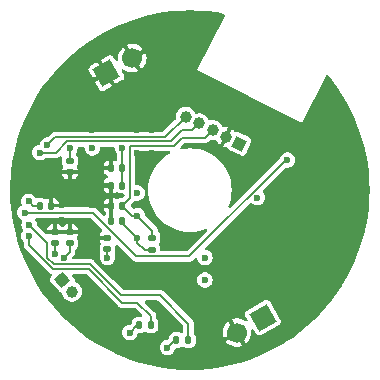
<source format=gbr>
%TF.GenerationSoftware,KiCad,Pcbnew,7.0.5-0*%
%TF.CreationDate,2023-09-08T15:05:08-04:00*%
%TF.ProjectId,rodentdbs,726f6465-6e74-4646-9273-2e6b69636164,rev?*%
%TF.SameCoordinates,Original*%
%TF.FileFunction,Copper,L4,Bot*%
%TF.FilePolarity,Positive*%
%FSLAX46Y46*%
G04 Gerber Fmt 4.6, Leading zero omitted, Abs format (unit mm)*
G04 Created by KiCad (PCBNEW 7.0.5-0) date 2023-09-08 15:05:08*
%MOMM*%
%LPD*%
G01*
G04 APERTURE LIST*
G04 Aperture macros list*
%AMRoundRect*
0 Rectangle with rounded corners*
0 $1 Rounding radius*
0 $2 $3 $4 $5 $6 $7 $8 $9 X,Y pos of 4 corners*
0 Add a 4 corners polygon primitive as box body*
4,1,4,$2,$3,$4,$5,$6,$7,$8,$9,$2,$3,0*
0 Add four circle primitives for the rounded corners*
1,1,$1+$1,$2,$3*
1,1,$1+$1,$4,$5*
1,1,$1+$1,$6,$7*
1,1,$1+$1,$8,$9*
0 Add four rect primitives between the rounded corners*
20,1,$1+$1,$2,$3,$4,$5,0*
20,1,$1+$1,$4,$5,$6,$7,0*
20,1,$1+$1,$6,$7,$8,$9,0*
20,1,$1+$1,$8,$9,$2,$3,0*%
%AMHorizOval*
0 Thick line with rounded ends*
0 $1 width*
0 $2 $3 position (X,Y) of the first rounded end (center of the circle)*
0 $4 $5 position (X,Y) of the second rounded end (center of the circle)*
0 Add line between two ends*
20,1,$1,$2,$3,$4,$5,0*
0 Add two circle primitives to create the rounded ends*
1,1,$1,$2,$3*
1,1,$1,$4,$5*%
%AMRotRect*
0 Rectangle, with rotation*
0 The origin of the aperture is its center*
0 $1 length*
0 $2 width*
0 $3 Rotation angle, in degrees counterclockwise*
0 Add horizontal line*
21,1,$1,$2,0,0,$3*%
G04 Aperture macros list end*
%TA.AperFunction,ComponentPad*%
%ADD10RotRect,1.000000X1.000000X243.440000*%
%TD*%
%TA.AperFunction,ComponentPad*%
%ADD11HorizOval,1.000000X0.000000X0.000000X0.000000X0.000000X0*%
%TD*%
%TA.AperFunction,ComponentPad*%
%ADD12RotRect,1.000000X1.000000X40.000000*%
%TD*%
%TA.AperFunction,ComponentPad*%
%ADD13HorizOval,1.000000X0.000000X0.000000X0.000000X0.000000X0*%
%TD*%
%TA.AperFunction,ComponentPad*%
%ADD14RotRect,1.700000X1.700000X300.000000*%
%TD*%
%TA.AperFunction,ComponentPad*%
%ADD15HorizOval,1.700000X0.000000X0.000000X0.000000X0.000000X0*%
%TD*%
%TA.AperFunction,ComponentPad*%
%ADD16RotRect,1.700000X1.700000X120.000000*%
%TD*%
%TA.AperFunction,ComponentPad*%
%ADD17HorizOval,1.700000X0.000000X0.000000X0.000000X0.000000X0*%
%TD*%
%TA.AperFunction,SMDPad,CuDef*%
%ADD18RoundRect,0.135000X0.185000X-0.135000X0.185000X0.135000X-0.185000X0.135000X-0.185000X-0.135000X0*%
%TD*%
%TA.AperFunction,SMDPad,CuDef*%
%ADD19RoundRect,0.135000X0.135000X0.185000X-0.135000X0.185000X-0.135000X-0.185000X0.135000X-0.185000X0*%
%TD*%
%TA.AperFunction,SMDPad,CuDef*%
%ADD20RoundRect,0.140000X0.140000X0.170000X-0.140000X0.170000X-0.140000X-0.170000X0.140000X-0.170000X0*%
%TD*%
%TA.AperFunction,SMDPad,CuDef*%
%ADD21RoundRect,0.140000X0.170000X-0.140000X0.170000X0.140000X-0.170000X0.140000X-0.170000X-0.140000X0*%
%TD*%
%TA.AperFunction,SMDPad,CuDef*%
%ADD22RoundRect,0.140000X-0.140000X-0.170000X0.140000X-0.170000X0.140000X0.170000X-0.140000X0.170000X0*%
%TD*%
%TA.AperFunction,SMDPad,CuDef*%
%ADD23RoundRect,0.140000X-0.170000X0.140000X-0.170000X-0.140000X0.170000X-0.140000X0.170000X0.140000X0*%
%TD*%
%TA.AperFunction,ViaPad*%
%ADD24C,0.600000*%
%TD*%
%TA.AperFunction,Conductor*%
%ADD25C,0.200000*%
%TD*%
G04 APERTURE END LIST*
D10*
%TO.P,J6,1,Pin_1*%
%TO.N,VCC*%
X150235890Y-123060193D03*
D11*
%TO.P,J6,2,Pin_2*%
%TO.N,GND*%
X149099917Y-122492332D03*
%TO.P,J6,3,Pin_3*%
%TO.N,/rodentdbs_1/{slash}XRES*%
X147963945Y-121924471D03*
%TO.P,J6,4,Pin_4*%
%TO.N,/rodentdbs_1/SWDCLK*%
X146827972Y-121356610D03*
%TO.P,J6,5,Pin_5*%
%TO.N,/rodentdbs_1/SWDIO*%
X145692000Y-120788749D03*
%TD*%
D12*
%TO.P,J2,1,Pin_1*%
%TO.N,/rodentdbs_1/STIMA*%
X135255000Y-134620000D03*
D13*
%TO.P,J2,2,Pin_2*%
%TO.N,/rodentdbs_1/STIMB*%
X136071340Y-135592876D03*
%TD*%
D14*
%TO.P,J3,1,Pin_1*%
%TO.N,VCC*%
X152229852Y-137795000D03*
D15*
%TO.P,J3,2,Pin_2*%
%TO.N,GND*%
X150030148Y-139065000D03*
%TD*%
D16*
%TO.P,J4,1,Pin_1*%
%TO.N,GND*%
X138972122Y-117103026D03*
D17*
%TO.P,J4,2,Pin_2*%
X141171826Y-115833026D03*
%TD*%
D18*
%TO.P,R3,2*%
%TO.N,/rodentdbs_1/{slash}XRES*%
X142875000Y-131060000D03*
%TO.P,R3,1*%
%TO.N,/rodentdbs_1/VDDD*%
X142875000Y-132080000D03*
%TD*%
D19*
%TO.P,R2,2*%
%TO.N,Net-(D2-A)*%
X144905000Y-139700000D03*
%TO.P,R2,1*%
%TO.N,/rodentdbs_1/LED1*%
X145925000Y-139700000D03*
%TD*%
%TO.P,R1,2*%
%TO.N,Net-(D1-A)*%
X141730000Y-138430000D03*
%TO.P,R1,1*%
%TO.N,/rodentdbs_1/LED2*%
X142750000Y-138430000D03*
%TD*%
D20*
%TO.P,C12,1*%
%TO.N,/rodentdbs_1/{slash}XRES*%
X140335000Y-128322500D03*
%TO.P,C12,2*%
%TO.N,GND*%
X139375000Y-128322500D03*
%TD*%
D21*
%TO.P,C9,1*%
%TO.N,/rodentdbs_1/VREF*%
X134620000Y-131497500D03*
%TO.P,C9,2*%
%TO.N,GND*%
X134620000Y-130537500D03*
%TD*%
%TO.P,C8,1*%
%TO.N,/rodentdbs_1/VCCD*%
X139065000Y-132020000D03*
%TO.P,C8,2*%
%TO.N,GND*%
X139065000Y-131060000D03*
%TD*%
D20*
%TO.P,C6,1*%
%TO.N,/rodentdbs_1/VDDR*%
X140335000Y-126615000D03*
%TO.P,C6,2*%
%TO.N,GND*%
X139375000Y-126615000D03*
%TD*%
%TO.P,C5,1*%
%TO.N,/rodentdbs_1/VDDR*%
X140335000Y-125147500D03*
%TO.P,C5,2*%
%TO.N,GND*%
X139375000Y-125147500D03*
%TD*%
D21*
%TO.P,C4,1*%
%TO.N,/rodentdbs_1/VDDA*%
X135890000Y-131497500D03*
%TO.P,C4,2*%
%TO.N,GND*%
X135890000Y-130537500D03*
%TD*%
D22*
%TO.P,C3,2*%
%TO.N,GND*%
X134310000Y-128322500D03*
%TO.P,C3,1*%
%TO.N,/rodentdbs_1/VDDA*%
X133350000Y-128322500D03*
%TD*%
D23*
%TO.P,C2,1*%
%TO.N,/rodentdbs_1/VDDD*%
X135890000Y-124512500D03*
%TO.P,C2,2*%
%TO.N,GND*%
X135890000Y-125472500D03*
%TD*%
D20*
%TO.P,C1,2*%
%TO.N,GND*%
X139375000Y-129592500D03*
%TO.P,C1,1*%
%TO.N,/rodentdbs_1/VDDD*%
X140335000Y-129592500D03*
%TD*%
D24*
%TO.N,GND*%
X135255000Y-129540000D03*
%TO.N,/rodentdbs_1/VCCD*%
X139065000Y-132715000D03*
%TO.N,GND*%
X147955000Y-118110000D03*
X137795000Y-121920000D03*
X134620000Y-118110000D03*
X135255000Y-128270000D03*
X137795000Y-128270000D03*
X137795000Y-125730000D03*
X134620000Y-125730000D03*
X137795000Y-137795000D03*
X147955000Y-137160000D03*
X154305000Y-135255000D03*
X151130000Y-132715000D03*
%TO.N,Net-(D1-A)*%
X140970000Y-139065000D03*
%TO.N,Net-(D2-A)*%
X144145000Y-140335000D03*
%TO.N,/rodentdbs_1/LED1*%
X132430343Y-129916768D03*
%TO.N,/rodentdbs_1/{slash}SHDN-BOOST*%
X154305000Y-124460000D03*
%TO.N,/rodentdbs_1/LED2*%
X132422836Y-130877972D03*
%TO.N,/rodentdbs_1/{slash}SHDN-BOOST*%
X132080000Y-128905000D03*
%TO.N,GND*%
X151130000Y-120650000D03*
X150495000Y-119380000D03*
X151765000Y-120015000D03*
%TO.N,/rodentdbs_1/SWDIO*%
X133985000Y-123190000D03*
%TO.N,/rodentdbs_1/SWDCLK*%
X133350000Y-123825000D03*
%TO.N,GND*%
X158115000Y-120650000D03*
X154940000Y-122555000D03*
X153670000Y-121920000D03*
X152400000Y-121285000D03*
X149860000Y-120015000D03*
X148590000Y-119380000D03*
X146685000Y-118745000D03*
X146685000Y-112395000D03*
X145415000Y-112395000D03*
X147320000Y-114300000D03*
X147955000Y-113030000D03*
X157480000Y-118745000D03*
%TO.N,/rodentdbs_1/VDDA*%
X151765000Y-127635000D03*
X135395378Y-132730875D03*
X132397500Y-127952500D03*
%TO.N,GND*%
X156845000Y-120015000D03*
X149225000Y-118745000D03*
X142875000Y-113030000D03*
X153035000Y-120650000D03*
X154305000Y-121285000D03*
X155575000Y-121920000D03*
X156210000Y-121285000D03*
X146050000Y-117475000D03*
X144780000Y-118110000D03*
X143510000Y-119380000D03*
X143510000Y-117475000D03*
X142240000Y-118745000D03*
X141605000Y-120015000D03*
X142875000Y-120650000D03*
X142875000Y-121920000D03*
X141605000Y-121920000D03*
X142875000Y-123825000D03*
X141605000Y-123825000D03*
%TO.N,/rodentdbs_1/VREF*%
X134620000Y-132412012D03*
%TO.N,/rodentdbs_1/VDDD*%
X135890000Y-123440000D03*
%TO.N,/rodentdbs_1/VDDR*%
X137795000Y-123440000D03*
X140335000Y-123440000D03*
X141605000Y-127250000D03*
%TO.N,/rodentdbs_1/VDDD*%
X147320000Y-134620000D03*
%TO.N,/rodentdbs_1/VDDR*%
X147320000Y-132715000D03*
%TO.N,/rodentdbs_1/{slash}XRES*%
X141605000Y-129155000D03*
%TO.N,/rodentdbs_1/VDDD*%
X141605000Y-131060000D03*
%TD*%
D25*
%TO.N,/rodentdbs_1/VCCD*%
X139065000Y-132715000D02*
X139065000Y-132020000D01*
%TO.N,/rodentdbs_1/{slash}XRES*%
X142875000Y-131060000D02*
X142875000Y-130425000D01*
X142875000Y-130425000D02*
X141605000Y-129155000D01*
%TO.N,/rodentdbs_1/VDDD*%
X141605000Y-131060000D02*
X141605000Y-131445000D01*
X141605000Y-131445000D02*
X142240000Y-132080000D01*
X142240000Y-132080000D02*
X142875000Y-132080000D01*
X135890000Y-124512500D02*
X135890000Y-123440000D01*
%TO.N,Net-(D1-A)*%
X141605000Y-138430000D02*
X140970000Y-139065000D01*
X141730000Y-138430000D02*
X141605000Y-138430000D01*
%TO.N,Net-(D2-A)*%
X144780000Y-139700000D02*
X144145000Y-140335000D01*
X144905000Y-139700000D02*
X144780000Y-139700000D01*
%TO.N,/rodentdbs_1/LED2*%
X142750000Y-138430000D02*
X142750000Y-137670000D01*
X140335000Y-136525000D02*
X137465584Y-133655584D01*
X132422836Y-131661953D02*
X132422836Y-130877972D01*
X137465584Y-133655584D02*
X134416467Y-133655584D01*
X142750000Y-137670000D02*
X141605000Y-136525000D01*
X141605000Y-136525000D02*
X140335000Y-136525000D01*
X134416467Y-133655584D02*
X132422836Y-131661953D01*
%TO.N,/rodentdbs_1/LED1*%
X140209116Y-135890000D02*
X143510000Y-135890000D01*
X143510000Y-135890000D02*
X145925000Y-138305000D01*
X137614700Y-133295584D02*
X140209116Y-135890000D01*
X134565584Y-133295584D02*
X137614700Y-133295584D01*
X145925000Y-138305000D02*
X145925000Y-139700000D01*
X132430343Y-129916768D02*
X133985000Y-131471425D01*
X133985000Y-131471425D02*
X133985000Y-132715000D01*
X133985000Y-132715000D02*
X134565584Y-133295584D01*
%TO.N,/rodentdbs_1/VREF*%
X134620000Y-132412012D02*
X134620000Y-131497500D01*
%TO.N,/rodentdbs_1/{slash}SHDN-BOOST*%
X145998040Y-132610000D02*
X154148040Y-124460000D01*
X154148040Y-124460000D02*
X154305000Y-124460000D01*
X141516815Y-132610000D02*
X145998040Y-132610000D01*
X137811815Y-128905000D02*
X141516815Y-132610000D01*
X132080000Y-128905000D02*
X137811815Y-128905000D01*
%TO.N,/rodentdbs_1/{slash}XRES*%
X141605000Y-129155000D02*
X141167500Y-129155000D01*
X141167500Y-129155000D02*
X140335000Y-128322500D01*
X147963945Y-121924471D02*
X147333416Y-122555000D01*
X147333416Y-122555000D02*
X145415000Y-122555000D01*
X145415000Y-122555000D02*
X144730000Y-123240000D01*
X144730000Y-123240000D02*
X140970000Y-123240000D01*
X140970000Y-123240000D02*
X140970000Y-127687500D01*
X140970000Y-127687500D02*
X140335000Y-128322500D01*
%TO.N,/rodentdbs_1/SWDCLK*%
X144455000Y-122880000D02*
X145415000Y-121920000D01*
X135658040Y-122880000D02*
X144455000Y-122880000D01*
X145415000Y-121920000D02*
X146264582Y-121920000D01*
X146264582Y-121920000D02*
X146827972Y-121356610D01*
%TO.N,/rodentdbs_1/SWDIO*%
X133985000Y-123190000D02*
X134655000Y-122520000D01*
X134655000Y-122520000D02*
X143960749Y-122520000D01*
X143960749Y-122520000D02*
X145692000Y-120788749D01*
%TO.N,/rodentdbs_1/SWDCLK*%
X133350000Y-123825000D02*
X134713040Y-123825000D01*
X134713040Y-123825000D02*
X135658040Y-122880000D01*
%TO.N,/rodentdbs_1/VDDA*%
X135890000Y-131497500D02*
X135890000Y-132236253D01*
X135890000Y-132236253D02*
X135395378Y-132730875D01*
X133350000Y-128322500D02*
X132767500Y-128322500D01*
X132767500Y-128322500D02*
X132397500Y-127952500D01*
%TO.N,/rodentdbs_1/VDDR*%
X140335000Y-125147500D02*
X140335000Y-126615000D01*
X140335000Y-123440000D02*
X140335000Y-125147500D01*
%TO.N,/rodentdbs_1/VDDD*%
X140335000Y-129592500D02*
X140335000Y-129790000D01*
X140335000Y-129790000D02*
X141605000Y-131060000D01*
%TD*%
%TA.AperFunction,Conductor*%
%TO.N,GND*%
G36*
X144330221Y-123710185D02*
G01*
X144375976Y-123762989D01*
X144385920Y-123832147D01*
X144356895Y-123895703D01*
X144319477Y-123924985D01*
X144284826Y-123942640D01*
X143974926Y-124143891D01*
X143687747Y-124376444D01*
X143687739Y-124376451D01*
X143426451Y-124637739D01*
X143426444Y-124637747D01*
X143193891Y-124924926D01*
X142992643Y-125234822D01*
X142824877Y-125564078D01*
X142692451Y-125909058D01*
X142596807Y-126266004D01*
X142596807Y-126266006D01*
X142539002Y-126630977D01*
X142519662Y-126999999D01*
X142519662Y-127000000D01*
X142539002Y-127369022D01*
X142586477Y-127668773D01*
X142596808Y-127733999D01*
X142675158Y-128026405D01*
X142692451Y-128090941D01*
X142824877Y-128435921D01*
X142992640Y-128765173D01*
X143193891Y-129075073D01*
X143193895Y-129075078D01*
X143193897Y-129075081D01*
X143426448Y-129362257D01*
X143687743Y-129623552D01*
X143974919Y-129856103D01*
X143974923Y-129856105D01*
X143974926Y-129856108D01*
X144284826Y-130057359D01*
X144284831Y-130057362D01*
X144614082Y-130225124D01*
X144807888Y-130299519D01*
X144938144Y-130349520D01*
X144959066Y-130357551D01*
X145316001Y-130453192D01*
X145680979Y-130510998D01*
X146029589Y-130529268D01*
X146049999Y-130530338D01*
X146050000Y-130530338D01*
X146050001Y-130530338D01*
X146069340Y-130529324D01*
X146419021Y-130510998D01*
X146783999Y-130453192D01*
X147140934Y-130357551D01*
X147363106Y-130272266D01*
X147432746Y-130266619D01*
X147494385Y-130299519D01*
X147528453Y-130360520D01*
X147524132Y-130430256D01*
X147495224Y-130475712D01*
X145847756Y-132123181D01*
X145786433Y-132156666D01*
X145760075Y-132159500D01*
X143669500Y-132159500D01*
X143602461Y-132139815D01*
X143556706Y-132087011D01*
X143545500Y-132035501D01*
X143545499Y-131898561D01*
X143545498Y-131898551D01*
X143542965Y-131874989D01*
X143539284Y-131840738D01*
X143537946Y-131837151D01*
X143521801Y-131793865D01*
X143490495Y-131709932D01*
X143486136Y-131704109D01*
X143441371Y-131644309D01*
X143416954Y-131578845D01*
X143431806Y-131510572D01*
X143441361Y-131495702D01*
X143490495Y-131430068D01*
X143539284Y-131299262D01*
X143544083Y-131254626D01*
X143545499Y-131241459D01*
X143545499Y-131241452D01*
X143545500Y-131241443D01*
X143545499Y-130878558D01*
X143539284Y-130820738D01*
X143537162Y-130815050D01*
X143490494Y-130689929D01*
X143490493Y-130689928D01*
X143406836Y-130578174D01*
X143406832Y-130578170D01*
X143406831Y-130578169D01*
X143392005Y-130567070D01*
X143375401Y-130554640D01*
X143333530Y-130498706D01*
X143326492Y-130441491D01*
X143330270Y-130407965D01*
X143319416Y-130350607D01*
X143319037Y-130348367D01*
X143318167Y-130342596D01*
X143310348Y-130290713D01*
X143310346Y-130290709D01*
X143307836Y-130282571D01*
X143305023Y-130274532D01*
X143305023Y-130274528D01*
X143277760Y-130222948D01*
X143276727Y-130220900D01*
X143265424Y-130197429D01*
X143251425Y-130168358D01*
X143251423Y-130168356D01*
X143251423Y-130168355D01*
X143246642Y-130161342D01*
X143241566Y-130154465D01*
X143241565Y-130154462D01*
X143200345Y-130113242D01*
X143198752Y-130111590D01*
X143184597Y-130096334D01*
X143159059Y-130068809D01*
X143151792Y-130063014D01*
X143152312Y-130062361D01*
X143140067Y-130052964D01*
X142293047Y-129205944D01*
X142259562Y-129144621D01*
X142257632Y-129133209D01*
X142256619Y-129124864D01*
X142241237Y-128998182D01*
X142185220Y-128850477D01*
X142095483Y-128720470D01*
X141977240Y-128615717D01*
X141977238Y-128615716D01*
X141977237Y-128615715D01*
X141837365Y-128542303D01*
X141683986Y-128504500D01*
X141683985Y-128504500D01*
X141526015Y-128504500D01*
X141372633Y-128542304D01*
X141334900Y-128562108D01*
X141266392Y-128575832D01*
X141201339Y-128550339D01*
X141189595Y-128539992D01*
X141059783Y-128410180D01*
X141026298Y-128348857D01*
X141031282Y-128279165D01*
X141059779Y-128234822D01*
X141268205Y-128026396D01*
X141273373Y-128021777D01*
X141303970Y-127997379D01*
X141336865Y-127949129D01*
X141338138Y-127947335D01*
X141347182Y-127935081D01*
X141402830Y-127892835D01*
X141472487Y-127887381D01*
X141476612Y-127888323D01*
X141525536Y-127900382D01*
X141526011Y-127900499D01*
X141526014Y-127900500D01*
X141683985Y-127900500D01*
X141837365Y-127862696D01*
X141977240Y-127789283D01*
X142095483Y-127684530D01*
X142185220Y-127554523D01*
X142241237Y-127406818D01*
X142260278Y-127250000D01*
X142254026Y-127198505D01*
X142241237Y-127093181D01*
X142214336Y-127022249D01*
X142185220Y-126945477D01*
X142095483Y-126815470D01*
X141977240Y-126710717D01*
X141977238Y-126710716D01*
X141977237Y-126710715D01*
X141837365Y-126637303D01*
X141683986Y-126599500D01*
X141683985Y-126599500D01*
X141544500Y-126599500D01*
X141477461Y-126579815D01*
X141431706Y-126527011D01*
X141420500Y-126475500D01*
X141420500Y-123814500D01*
X141440185Y-123747461D01*
X141492989Y-123701706D01*
X141544500Y-123690500D01*
X144263182Y-123690500D01*
X144330221Y-123710185D01*
G37*
%TD.AperFunction*%
%TA.AperFunction,Conductor*%
G36*
X146819028Y-111804988D02*
G01*
X146822163Y-111805147D01*
X147060054Y-111823263D01*
X147587676Y-111863443D01*
X147590769Y-111863757D01*
X148352353Y-111960752D01*
X148355437Y-111961224D01*
X148897981Y-112058465D01*
X148960494Y-112089667D01*
X148996216Y-112149714D01*
X148993803Y-112219542D01*
X148987012Y-112235973D01*
X146684999Y-116839999D01*
X146685000Y-116839999D01*
X146685000Y-116840000D01*
X155575000Y-121285000D01*
X157557016Y-117320965D01*
X157604602Y-117269808D01*
X157672294Y-117252498D01*
X157738598Y-117274533D01*
X157764024Y-117298058D01*
X157886544Y-117448317D01*
X158080269Y-117685903D01*
X158082192Y-117688387D01*
X158536578Y-118307178D01*
X158538372Y-118309756D01*
X158960838Y-118950772D01*
X158962485Y-118953415D01*
X159351948Y-119615017D01*
X159353472Y-119617764D01*
X159708927Y-120298247D01*
X159710302Y-120301050D01*
X159964343Y-120853946D01*
X160030823Y-120998634D01*
X160032062Y-121001521D01*
X160316848Y-121714467D01*
X160317939Y-121717413D01*
X160566241Y-122443846D01*
X160567182Y-122446844D01*
X160778380Y-123184949D01*
X160779167Y-123187991D01*
X160952701Y-123935806D01*
X160953334Y-123938884D01*
X161088774Y-124694561D01*
X161089250Y-124697667D01*
X161186239Y-125459207D01*
X161186557Y-125462333D01*
X161244852Y-126227836D01*
X161245011Y-126230973D01*
X161264460Y-126998430D01*
X161264460Y-127001570D01*
X161245011Y-127769026D01*
X161244852Y-127772163D01*
X161186557Y-128537666D01*
X161186239Y-128540792D01*
X161089250Y-129302332D01*
X161088774Y-129305438D01*
X160953334Y-130061115D01*
X160952701Y-130064193D01*
X160779167Y-130812008D01*
X160778380Y-130815050D01*
X160567182Y-131553155D01*
X160566241Y-131556153D01*
X160317939Y-132282586D01*
X160316848Y-132285532D01*
X160032062Y-132998478D01*
X160030823Y-133001365D01*
X159710311Y-133698932D01*
X159708927Y-133701752D01*
X159353472Y-134382235D01*
X159351948Y-134384982D01*
X158962485Y-135046584D01*
X158960826Y-135049244D01*
X158888305Y-135159284D01*
X158538373Y-135690242D01*
X158536578Y-135692821D01*
X158082192Y-136311612D01*
X158080269Y-136314096D01*
X157595120Y-136909084D01*
X157593074Y-136911468D01*
X157078403Y-137481131D01*
X157076238Y-137483408D01*
X156533408Y-138026238D01*
X156531131Y-138028403D01*
X155961468Y-138543074D01*
X155959084Y-138545120D01*
X155364096Y-139030269D01*
X155361612Y-139032192D01*
X154742821Y-139486578D01*
X154740242Y-139488373D01*
X154273906Y-139795715D01*
X154114960Y-139900470D01*
X154099251Y-139910823D01*
X154096584Y-139912485D01*
X153434982Y-140301948D01*
X153432235Y-140303472D01*
X152751752Y-140658927D01*
X152748932Y-140660311D01*
X152051365Y-140980823D01*
X152048478Y-140982062D01*
X151335532Y-141266848D01*
X151332586Y-141267939D01*
X150606153Y-141516241D01*
X150603155Y-141517182D01*
X149865050Y-141728380D01*
X149862008Y-141729167D01*
X149114193Y-141902701D01*
X149111115Y-141903334D01*
X148355438Y-142038774D01*
X148352332Y-142039250D01*
X147590792Y-142136239D01*
X147587666Y-142136557D01*
X146822163Y-142194852D01*
X146819026Y-142195011D01*
X146051571Y-142214460D01*
X146048429Y-142214460D01*
X145280973Y-142195011D01*
X145277836Y-142194852D01*
X144512333Y-142136557D01*
X144509207Y-142136239D01*
X143747667Y-142039250D01*
X143744561Y-142038774D01*
X142988884Y-141903334D01*
X142985806Y-141902701D01*
X142237991Y-141729167D01*
X142234949Y-141728380D01*
X141496844Y-141517182D01*
X141493846Y-141516241D01*
X140767413Y-141267939D01*
X140764467Y-141266848D01*
X140051521Y-140982062D01*
X140048634Y-140980823D01*
X139976536Y-140947696D01*
X139351050Y-140660302D01*
X139348247Y-140658927D01*
X138667764Y-140303472D01*
X138665017Y-140301948D01*
X138003415Y-139912485D01*
X138000772Y-139910838D01*
X137359756Y-139488372D01*
X137357178Y-139486578D01*
X136842734Y-139108815D01*
X136738381Y-139032187D01*
X136735903Y-139030269D01*
X136140915Y-138545120D01*
X136138531Y-138543074D01*
X135568868Y-138028403D01*
X135566591Y-138026238D01*
X135023761Y-137483408D01*
X135021596Y-137481131D01*
X134506925Y-136911468D01*
X134504879Y-136909084D01*
X134019730Y-136314096D01*
X134017807Y-136311612D01*
X134016961Y-136310460D01*
X133563421Y-135692821D01*
X133561626Y-135690242D01*
X133139154Y-135049216D01*
X133137514Y-135046584D01*
X132748051Y-134384982D01*
X132746527Y-134382235D01*
X132391072Y-133701752D01*
X132389704Y-133698965D01*
X132069165Y-133001341D01*
X132067937Y-132998478D01*
X132065430Y-132992201D01*
X131783143Y-132285511D01*
X131782069Y-132282610D01*
X131533754Y-131556141D01*
X131532817Y-131553155D01*
X131526402Y-131530737D01*
X131321615Y-130815037D01*
X131320832Y-130812008D01*
X131292503Y-130689928D01*
X131147292Y-130064167D01*
X131146671Y-130061145D01*
X131011224Y-129305437D01*
X131010752Y-129302353D01*
X130960145Y-128905000D01*
X131424721Y-128905000D01*
X131443762Y-129061818D01*
X131490484Y-129185011D01*
X131499780Y-129209523D01*
X131589517Y-129339530D01*
X131707760Y-129444283D01*
X131782344Y-129483428D01*
X131832556Y-129532012D01*
X131848531Y-129600031D01*
X131840660Y-129637195D01*
X131794106Y-129759949D01*
X131775065Y-129916767D01*
X131775065Y-129916768D01*
X131794105Y-130073586D01*
X131809913Y-130115267D01*
X131850123Y-130221291D01*
X131852769Y-130225124D01*
X131919286Y-130321492D01*
X131941169Y-130387847D01*
X131923703Y-130455499D01*
X131919286Y-130462372D01*
X131842617Y-130573447D01*
X131842616Y-130573448D01*
X131786598Y-130721153D01*
X131767558Y-130877971D01*
X131767558Y-130877972D01*
X131786598Y-131034790D01*
X131818919Y-131120011D01*
X131842616Y-131182495D01*
X131879405Y-131235793D01*
X131932354Y-131312504D01*
X131937327Y-131318117D01*
X131935880Y-131319398D01*
X131967686Y-131370092D01*
X131972336Y-131403731D01*
X131972336Y-131633170D01*
X131971946Y-131640108D01*
X131970338Y-131654383D01*
X131967565Y-131678989D01*
X131978407Y-131736288D01*
X131978795Y-131738572D01*
X131987488Y-131796244D01*
X131989998Y-131804380D01*
X131992812Y-131812423D01*
X132020065Y-131863989D01*
X132021110Y-131866058D01*
X132046410Y-131918595D01*
X132051198Y-131925618D01*
X132056267Y-131932485D01*
X132056270Y-131932491D01*
X132056274Y-131932495D01*
X132097502Y-131973723D01*
X132099111Y-131975393D01*
X132138783Y-132018149D01*
X132146046Y-132023941D01*
X132145525Y-132024594D01*
X132157766Y-132033987D01*
X134077557Y-133953777D01*
X134082193Y-133958964D01*
X134106588Y-133989554D01*
X134106590Y-133989556D01*
X134154788Y-134022417D01*
X134156679Y-134023759D01*
X134203585Y-134058377D01*
X134211121Y-134062360D01*
X134218786Y-134066051D01*
X134218794Y-134066056D01*
X134274529Y-134083247D01*
X134276679Y-134083954D01*
X134277507Y-134084243D01*
X134278392Y-134084552D01*
X134335202Y-134125222D01*
X134361008Y-134190151D01*
X134347613Y-134258725D01*
X134317250Y-134296614D01*
X134299815Y-134311244D01*
X134299808Y-134311251D01*
X134253996Y-134362651D01*
X134206515Y-134469558D01*
X134206515Y-134469559D01*
X134196320Y-134586088D01*
X134224515Y-134699613D01*
X134224516Y-134699616D01*
X134260706Y-134758190D01*
X134946252Y-135575192D01*
X134997652Y-135621004D01*
X135104558Y-135668484D01*
X135109149Y-135668885D01*
X135123769Y-135670165D01*
X135188839Y-135695616D01*
X135229818Y-135752206D01*
X135234253Y-135767904D01*
X135234843Y-135770679D01*
X135290087Y-135940705D01*
X135290090Y-135940711D01*
X135379481Y-136095541D01*
X135421152Y-136141822D01*
X135499104Y-136228397D01*
X135499107Y-136228399D01*
X135499110Y-136228402D01*
X135643747Y-136333488D01*
X135807073Y-136406205D01*
X135981949Y-136443376D01*
X136160729Y-136443376D01*
X136160731Y-136443376D01*
X136335607Y-136406205D01*
X136498933Y-136333488D01*
X136643570Y-136228402D01*
X136763199Y-136095541D01*
X136852590Y-135940711D01*
X136907837Y-135770679D01*
X136926525Y-135592876D01*
X136907837Y-135415073D01*
X136852590Y-135245041D01*
X136763199Y-135090211D01*
X136716343Y-135038172D01*
X136643575Y-134957354D01*
X136643572Y-134957352D01*
X136643571Y-134957351D01*
X136643570Y-134957350D01*
X136498933Y-134852264D01*
X136384722Y-134801414D01*
X136331485Y-134756164D01*
X136311164Y-134689315D01*
X136311629Y-134677336D01*
X136313679Y-134653911D01*
X136285484Y-134540384D01*
X136285481Y-134540379D01*
X136249296Y-134481812D01*
X136249293Y-134481809D01*
X136189672Y-134410756D01*
X136104952Y-134309790D01*
X136076939Y-134245782D01*
X136087978Y-134176790D01*
X136134565Y-134124718D01*
X136199941Y-134106084D01*
X137227618Y-134106084D01*
X137294657Y-134125769D01*
X137315299Y-134142403D01*
X139996090Y-136823193D01*
X140000726Y-136828380D01*
X140025121Y-136858970D01*
X140025123Y-136858972D01*
X140073321Y-136891833D01*
X140075212Y-136893175D01*
X140122118Y-136927793D01*
X140129654Y-136931776D01*
X140137319Y-136935467D01*
X140137327Y-136935472D01*
X140164121Y-136943736D01*
X140193089Y-136952672D01*
X140195284Y-136953394D01*
X140250301Y-136972646D01*
X140250305Y-136972646D01*
X140258679Y-136974230D01*
X140267096Y-136975499D01*
X140267098Y-136975500D01*
X140325422Y-136975500D01*
X140327705Y-136975542D01*
X140386010Y-136977724D01*
X140395244Y-136976684D01*
X140395337Y-136977513D01*
X140410636Y-136975500D01*
X141367034Y-136975500D01*
X141434073Y-136995185D01*
X141454715Y-137011819D01*
X141990715Y-137547819D01*
X142024200Y-137609142D01*
X142019216Y-137678834D01*
X141977344Y-137734767D01*
X141911880Y-137759184D01*
X141903034Y-137759500D01*
X141548561Y-137759500D01*
X141548551Y-137759501D01*
X141490737Y-137765715D01*
X141490734Y-137765716D01*
X141359929Y-137814505D01*
X141359928Y-137814506D01*
X141248168Y-137898168D01*
X141164507Y-138009927D01*
X141164505Y-138009931D01*
X141164505Y-138009932D01*
X141115716Y-138140737D01*
X141115715Y-138140741D01*
X141109500Y-138198540D01*
X141109500Y-138237033D01*
X141089815Y-138304072D01*
X141073182Y-138324713D01*
X141019716Y-138378180D01*
X140958393Y-138411666D01*
X140932034Y-138414500D01*
X140891014Y-138414500D01*
X140737634Y-138452303D01*
X140597762Y-138525715D01*
X140479516Y-138630471D01*
X140389781Y-138760475D01*
X140389780Y-138760476D01*
X140333762Y-138908181D01*
X140314722Y-139064999D01*
X140314722Y-139065000D01*
X140333762Y-139221818D01*
X140367136Y-139309816D01*
X140389780Y-139369523D01*
X140479517Y-139499530D01*
X140597760Y-139604283D01*
X140597762Y-139604284D01*
X140737634Y-139677696D01*
X140891014Y-139715500D01*
X140891015Y-139715500D01*
X141048985Y-139715500D01*
X141202365Y-139677696D01*
X141342240Y-139604283D01*
X141460483Y-139499530D01*
X141550220Y-139369523D01*
X141606237Y-139221818D01*
X141607725Y-139209555D01*
X141635346Y-139145376D01*
X141693280Y-139106319D01*
X141730822Y-139100499D01*
X141911439Y-139100499D01*
X141911442Y-139100499D01*
X141969262Y-139094284D01*
X142100068Y-139045495D01*
X142165692Y-138996369D01*
X142231153Y-138971954D01*
X142299426Y-138986805D01*
X142314299Y-138996363D01*
X142379932Y-139045495D01*
X142510738Y-139094284D01*
X142568557Y-139100500D01*
X142931442Y-139100499D01*
X142989262Y-139094284D01*
X143011317Y-139086058D01*
X143067774Y-139065000D01*
X143120068Y-139045495D01*
X143120068Y-139045494D01*
X143120070Y-139045494D01*
X143120071Y-139045493D01*
X143231831Y-138961831D01*
X143315492Y-138850072D01*
X143315491Y-138850072D01*
X143315495Y-138850068D01*
X143364284Y-138719262D01*
X143366607Y-138697647D01*
X143370499Y-138661459D01*
X143370499Y-138661452D01*
X143370500Y-138661443D01*
X143370499Y-138198558D01*
X143364284Y-138140738D01*
X143364136Y-138140342D01*
X143315494Y-138009929D01*
X143315493Y-138009928D01*
X143226517Y-137891069D01*
X143229144Y-137889101D01*
X143203334Y-137841833D01*
X143200500Y-137815475D01*
X143200500Y-137698781D01*
X143200889Y-137691844D01*
X143205270Y-137652965D01*
X143194418Y-137595615D01*
X143194037Y-137593364D01*
X143189966Y-137566354D01*
X143185348Y-137535713D01*
X143185347Y-137535711D01*
X143185347Y-137535709D01*
X143182831Y-137527552D01*
X143180024Y-137519528D01*
X143152764Y-137467951D01*
X143151718Y-137465880D01*
X143143905Y-137449657D01*
X143126425Y-137413358D01*
X143126424Y-137413357D01*
X143126424Y-137413356D01*
X143121642Y-137406342D01*
X143116567Y-137399466D01*
X143116566Y-137399463D01*
X143075345Y-137358242D01*
X143073752Y-137356590D01*
X143055266Y-137336666D01*
X143034059Y-137313809D01*
X143026792Y-137308014D01*
X143027312Y-137307361D01*
X143015067Y-137297964D01*
X142269284Y-136552181D01*
X142235799Y-136490858D01*
X142240783Y-136421166D01*
X142282655Y-136365233D01*
X142348119Y-136340816D01*
X142356965Y-136340500D01*
X143272034Y-136340500D01*
X143339073Y-136360185D01*
X143359715Y-136376819D01*
X145438181Y-138455284D01*
X145471666Y-138516607D01*
X145474500Y-138542965D01*
X145474500Y-138986077D01*
X145454815Y-139053116D01*
X145402011Y-139098871D01*
X145332853Y-139108815D01*
X145283146Y-139088225D01*
X145282856Y-139088757D01*
X145277913Y-139086058D01*
X145276191Y-139085345D01*
X145275071Y-139084507D01*
X145275070Y-139084506D01*
X145275068Y-139084505D01*
X145144262Y-139035716D01*
X145144260Y-139035715D01*
X145144258Y-139035715D01*
X145086451Y-139029500D01*
X144723561Y-139029500D01*
X144723551Y-139029501D01*
X144665737Y-139035715D01*
X144665734Y-139035716D01*
X144534929Y-139084505D01*
X144534928Y-139084506D01*
X144423168Y-139168168D01*
X144339507Y-139279927D01*
X144339505Y-139279931D01*
X144339505Y-139279932D01*
X144290716Y-139410737D01*
X144290715Y-139410741D01*
X144284500Y-139468540D01*
X144284500Y-139507033D01*
X144264815Y-139574072D01*
X144248182Y-139594713D01*
X144194716Y-139648180D01*
X144133393Y-139681666D01*
X144107034Y-139684500D01*
X144066014Y-139684500D01*
X143912634Y-139722303D01*
X143772762Y-139795715D01*
X143654516Y-139900471D01*
X143564781Y-140030475D01*
X143564780Y-140030476D01*
X143508762Y-140178181D01*
X143489722Y-140334999D01*
X143489722Y-140335000D01*
X143508762Y-140491818D01*
X143564780Y-140639522D01*
X143564780Y-140639523D01*
X143654517Y-140769530D01*
X143772760Y-140874283D01*
X143772762Y-140874284D01*
X143912634Y-140947696D01*
X144066014Y-140985500D01*
X144066015Y-140985500D01*
X144223985Y-140985500D01*
X144377365Y-140947696D01*
X144517240Y-140874283D01*
X144635483Y-140769530D01*
X144725220Y-140639523D01*
X144781237Y-140491818D01*
X144782725Y-140479555D01*
X144810346Y-140415376D01*
X144868280Y-140376319D01*
X144905822Y-140370499D01*
X145086439Y-140370499D01*
X145086442Y-140370499D01*
X145144262Y-140364284D01*
X145275068Y-140315495D01*
X145340692Y-140266369D01*
X145406153Y-140241954D01*
X145474426Y-140256805D01*
X145489299Y-140266363D01*
X145554932Y-140315495D01*
X145685738Y-140364284D01*
X145743557Y-140370500D01*
X146106442Y-140370499D01*
X146164262Y-140364284D01*
X146295068Y-140315495D01*
X146295068Y-140315494D01*
X146295070Y-140315494D01*
X146295071Y-140315493D01*
X146406831Y-140231831D01*
X146490492Y-140120072D01*
X146490491Y-140120072D01*
X146490495Y-140120068D01*
X146539284Y-139989262D01*
X146542523Y-139959138D01*
X146545499Y-139931459D01*
X146545499Y-139931452D01*
X146545500Y-139931443D01*
X146545499Y-139468558D01*
X146539284Y-139410738D01*
X146523911Y-139369523D01*
X146490494Y-139279929D01*
X146490493Y-139279928D01*
X146401517Y-139161069D01*
X146404144Y-139159101D01*
X146378334Y-139111833D01*
X146375500Y-139085475D01*
X146375500Y-139065000D01*
X148825007Y-139065000D01*
X148845526Y-139286439D01*
X148906386Y-139500345D01*
X148909673Y-139506945D01*
X149533116Y-139146999D01*
X149570655Y-139274844D01*
X149648387Y-139395798D01*
X149713886Y-139452552D01*
X149090765Y-139812312D01*
X149139536Y-139876896D01*
X149139538Y-139876899D01*
X149303886Y-140026721D01*
X149492968Y-140143797D01*
X149492970Y-140143798D01*
X149700343Y-140224134D01*
X149918955Y-140265000D01*
X150141341Y-140265000D01*
X150359954Y-140224134D01*
X150469837Y-140181565D01*
X150110187Y-139558633D01*
X150172463Y-139549680D01*
X150303248Y-139489952D01*
X150411909Y-139395798D01*
X150419381Y-139384170D01*
X150778651Y-140006445D01*
X150920756Y-139876899D01*
X151054779Y-139699425D01*
X151153907Y-139500350D01*
X151214769Y-139286439D01*
X151235288Y-139065000D01*
X151235289Y-139065000D01*
X151222227Y-138924042D01*
X151235642Y-138855472D01*
X151283999Y-138805040D01*
X151351945Y-138788757D01*
X151417907Y-138811794D01*
X151453085Y-138850600D01*
X151623274Y-139145376D01*
X151631819Y-139160176D01*
X151674482Y-139214217D01*
X151771519Y-139279540D01*
X151884510Y-139309816D01*
X152001208Y-139301763D01*
X152065176Y-139276293D01*
X153595028Y-138393033D01*
X153649069Y-138350370D01*
X153714392Y-138253333D01*
X153744668Y-138140342D01*
X153736615Y-138023644D01*
X153711145Y-137959676D01*
X153711141Y-137959668D01*
X152827887Y-136429828D01*
X152827885Y-136429824D01*
X152785222Y-136375783D01*
X152688185Y-136310460D01*
X152575194Y-136280184D01*
X152575193Y-136280184D01*
X152458497Y-136288236D01*
X152394530Y-136313705D01*
X152394520Y-136313710D01*
X150864680Y-137196964D01*
X150810634Y-137239631D01*
X150745312Y-137336666D01*
X150715036Y-137449657D01*
X150715036Y-137449658D01*
X150723088Y-137566354D01*
X150748557Y-137630321D01*
X150748562Y-137630331D01*
X150922662Y-137931880D01*
X150939135Y-137999780D01*
X150916282Y-138065807D01*
X150861361Y-138108998D01*
X150791808Y-138115639D01*
X150749997Y-138099307D01*
X150567327Y-137986202D01*
X150567325Y-137986201D01*
X150359952Y-137905865D01*
X150141341Y-137865000D01*
X149918955Y-137865000D01*
X149700340Y-137905865D01*
X149590458Y-137948433D01*
X149590457Y-137948434D01*
X149950108Y-138571366D01*
X149887833Y-138580320D01*
X149757048Y-138640048D01*
X149648387Y-138734202D01*
X149640914Y-138745830D01*
X149281643Y-138123554D01*
X149139537Y-138253102D01*
X149005516Y-138430574D01*
X148906388Y-138629649D01*
X148845526Y-138843560D01*
X148825007Y-139064999D01*
X148825007Y-139065000D01*
X146375500Y-139065000D01*
X146375500Y-138333781D01*
X146375889Y-138326844D01*
X146380270Y-138287965D01*
X146369418Y-138230615D01*
X146369037Y-138228364D01*
X146364545Y-138198558D01*
X146360348Y-138170713D01*
X146360347Y-138170711D01*
X146360347Y-138170709D01*
X146357831Y-138162552D01*
X146355024Y-138154528D01*
X146327764Y-138102951D01*
X146326718Y-138100880D01*
X146325960Y-138099307D01*
X146301425Y-138048358D01*
X146301424Y-138048357D01*
X146301424Y-138048356D01*
X146296642Y-138041342D01*
X146291567Y-138034466D01*
X146291566Y-138034463D01*
X146250345Y-137993242D01*
X146248752Y-137991590D01*
X146219143Y-137959678D01*
X146209059Y-137948809D01*
X146201792Y-137943014D01*
X146202312Y-137942361D01*
X146190067Y-137932964D01*
X143848908Y-135591805D01*
X143844271Y-135586617D01*
X143819879Y-135556030D01*
X143819878Y-135556029D01*
X143819877Y-135556028D01*
X143796973Y-135540412D01*
X143771669Y-135523161D01*
X143769803Y-135521836D01*
X143722886Y-135487210D01*
X143722882Y-135487207D01*
X143722877Y-135487205D01*
X143715297Y-135483198D01*
X143707675Y-135479528D01*
X143651941Y-135462337D01*
X143649752Y-135461617D01*
X143631297Y-135455160D01*
X143594695Y-135442352D01*
X143586326Y-135440768D01*
X143577904Y-135439500D01*
X143577902Y-135439500D01*
X143519578Y-135439500D01*
X143517294Y-135439457D01*
X143493402Y-135438563D01*
X143458989Y-135437275D01*
X143449756Y-135438316D01*
X143449662Y-135437486D01*
X143434364Y-135439500D01*
X140447081Y-135439500D01*
X140380042Y-135419815D01*
X140359400Y-135403181D01*
X139576219Y-134620000D01*
X146664722Y-134620000D01*
X146683762Y-134776818D01*
X146712376Y-134852265D01*
X146739780Y-134924523D01*
X146829517Y-135054530D01*
X146947760Y-135159283D01*
X146947762Y-135159284D01*
X147087634Y-135232696D01*
X147241014Y-135270500D01*
X147241015Y-135270500D01*
X147398985Y-135270500D01*
X147552365Y-135232696D01*
X147692240Y-135159283D01*
X147810483Y-135054530D01*
X147900220Y-134924523D01*
X147956237Y-134776818D01*
X147975278Y-134620000D01*
X147971161Y-134586089D01*
X147956237Y-134463181D01*
X147918111Y-134362652D01*
X147900220Y-134315477D01*
X147810483Y-134185470D01*
X147692240Y-134080717D01*
X147692238Y-134080716D01*
X147692237Y-134080715D01*
X147552365Y-134007303D01*
X147398986Y-133969500D01*
X147398985Y-133969500D01*
X147241015Y-133969500D01*
X147241014Y-133969500D01*
X147087634Y-134007303D01*
X146947762Y-134080715D01*
X146829516Y-134185471D01*
X146739781Y-134315475D01*
X146739780Y-134315476D01*
X146683762Y-134463181D01*
X146664722Y-134619999D01*
X146664722Y-134620000D01*
X139576219Y-134620000D01*
X137953608Y-132997389D01*
X137948971Y-132992201D01*
X137937786Y-132978175D01*
X137924579Y-132961614D01*
X137924578Y-132961613D01*
X137924577Y-132961612D01*
X137886032Y-132935333D01*
X137876369Y-132928745D01*
X137874503Y-132927420D01*
X137827586Y-132892794D01*
X137827582Y-132892791D01*
X137827577Y-132892789D01*
X137819997Y-132888782D01*
X137812375Y-132885112D01*
X137756641Y-132867921D01*
X137754452Y-132867201D01*
X137735997Y-132860744D01*
X137699395Y-132847936D01*
X137691026Y-132846352D01*
X137682604Y-132845084D01*
X137682602Y-132845084D01*
X137624278Y-132845084D01*
X137621994Y-132845041D01*
X137598102Y-132844147D01*
X137563689Y-132842859D01*
X137554456Y-132843900D01*
X137554362Y-132843070D01*
X137539064Y-132845084D01*
X136217634Y-132845084D01*
X136150595Y-132825399D01*
X136104840Y-132772595D01*
X136094896Y-132703437D01*
X136123921Y-132639881D01*
X136129952Y-132633404D01*
X136150924Y-132612430D01*
X136188209Y-132575145D01*
X136193369Y-132570534D01*
X136223970Y-132546132D01*
X136256865Y-132497882D01*
X136258131Y-132496098D01*
X136292793Y-132449135D01*
X136292793Y-132449132D01*
X136292795Y-132449131D01*
X136296787Y-132441577D01*
X136300471Y-132433928D01*
X136307596Y-132410829D01*
X136317673Y-132378155D01*
X136318382Y-132376002D01*
X136337646Y-132320952D01*
X136337646Y-132320949D01*
X136339232Y-132312564D01*
X136340500Y-132304157D01*
X136340500Y-132245831D01*
X136340542Y-132243547D01*
X136342724Y-132185243D01*
X136342723Y-132185242D01*
X136341684Y-132176014D01*
X136342513Y-132175920D01*
X136340500Y-132160619D01*
X136340500Y-132102301D01*
X136360185Y-132035262D01*
X136390190Y-132003033D01*
X136410403Y-131987903D01*
X136494929Y-131874989D01*
X136544219Y-131742835D01*
X136550500Y-131684415D01*
X136550499Y-131310586D01*
X136544219Y-131252165D01*
X136543903Y-131251319D01*
X136494930Y-131120014D01*
X136494929Y-131120011D01*
X136473504Y-131091390D01*
X136449088Y-131025928D01*
X136463940Y-130957655D01*
X136473507Y-130942769D01*
X136494483Y-130914749D01*
X136494484Y-130914747D01*
X136543726Y-130782724D01*
X136549999Y-130724386D01*
X136550000Y-130724369D01*
X136550000Y-130715000D01*
X133917040Y-130715000D01*
X133850001Y-130695315D01*
X133829359Y-130678681D01*
X133606177Y-130455499D01*
X133510678Y-130360000D01*
X133960000Y-130360000D01*
X134442500Y-130360000D01*
X134442500Y-129907500D01*
X134797500Y-129907500D01*
X134797500Y-130360000D01*
X135712500Y-130360000D01*
X135712500Y-129907500D01*
X136067500Y-129907500D01*
X136067500Y-130360000D01*
X136550000Y-130360000D01*
X136550000Y-130350630D01*
X136549999Y-130350613D01*
X136543726Y-130292275D01*
X136494483Y-130160250D01*
X136410044Y-130047455D01*
X136297249Y-129963016D01*
X136165224Y-129913773D01*
X136106886Y-129907500D01*
X136067500Y-129907500D01*
X135712500Y-129907500D01*
X135673113Y-129907500D01*
X135614775Y-129913773D01*
X135482750Y-129963016D01*
X135369954Y-130047455D01*
X135354266Y-130068413D01*
X135298332Y-130110283D01*
X135228640Y-130115267D01*
X135167318Y-130081781D01*
X135155734Y-130068413D01*
X135140045Y-130047455D01*
X135027249Y-129963016D01*
X134895224Y-129913773D01*
X134836886Y-129907500D01*
X134797500Y-129907500D01*
X134442500Y-129907500D01*
X134403113Y-129907500D01*
X134344775Y-129913773D01*
X134212750Y-129963016D01*
X134099955Y-130047455D01*
X134015516Y-130160250D01*
X133966273Y-130292275D01*
X133960000Y-130350613D01*
X133960000Y-130360000D01*
X133510678Y-130360000D01*
X133118389Y-129967710D01*
X133084904Y-129906387D01*
X133082977Y-129894993D01*
X133066580Y-129759950D01*
X133010563Y-129612245D01*
X132967556Y-129549939D01*
X132945674Y-129483586D01*
X132963139Y-129415934D01*
X133014407Y-129368464D01*
X133069607Y-129355500D01*
X137573849Y-129355500D01*
X137640888Y-129375185D01*
X137661530Y-129391819D01*
X138612307Y-130342596D01*
X138645792Y-130403919D01*
X138640808Y-130473611D01*
X138598938Y-130529543D01*
X138544955Y-130569954D01*
X138460516Y-130682750D01*
X138411273Y-130814775D01*
X138405000Y-130873113D01*
X138405000Y-130882500D01*
X139100848Y-130882500D01*
X139167887Y-130902185D01*
X139188527Y-130918816D01*
X139206179Y-130936468D01*
X139239665Y-130997789D01*
X139242500Y-131024151D01*
X139242500Y-131113500D01*
X139222815Y-131180539D01*
X139170011Y-131226294D01*
X139118500Y-131237500D01*
X138405000Y-131237500D01*
X138405000Y-131246886D01*
X138411273Y-131305224D01*
X138460516Y-131437248D01*
X138481494Y-131465272D01*
X138505910Y-131530737D01*
X138491058Y-131599010D01*
X138481496Y-131613889D01*
X138460072Y-131642509D01*
X138460069Y-131642514D01*
X138410782Y-131774661D01*
X138410781Y-131774665D01*
X138404500Y-131833085D01*
X138404500Y-131833092D01*
X138404500Y-131833093D01*
X138404500Y-132206911D01*
X138404501Y-132206918D01*
X138410780Y-132265335D01*
X138458466Y-132393187D01*
X138463450Y-132462879D01*
X138458227Y-132480489D01*
X138428763Y-132558180D01*
X138428762Y-132558185D01*
X138409722Y-132714999D01*
X138409722Y-132715000D01*
X138428762Y-132871818D01*
X138481821Y-133011722D01*
X138484780Y-133019523D01*
X138574517Y-133149530D01*
X138692760Y-133254283D01*
X138692762Y-133254284D01*
X138832634Y-133327696D01*
X138986014Y-133365500D01*
X139143985Y-133365500D01*
X139297365Y-133327696D01*
X139297364Y-133327696D01*
X139437240Y-133254283D01*
X139555483Y-133149530D01*
X139645220Y-133019523D01*
X139701237Y-132871818D01*
X139720278Y-132715000D01*
X139701237Y-132558182D01*
X139701236Y-132558180D01*
X139671773Y-132480492D01*
X139666406Y-132410829D01*
X139671533Y-132393188D01*
X139719219Y-132265335D01*
X139725500Y-132206915D01*
X139725499Y-131833086D01*
X139719219Y-131774665D01*
X139719218Y-131774661D01*
X139719033Y-131773878D01*
X139719066Y-131773247D01*
X139718390Y-131766952D01*
X139719409Y-131766842D01*
X139722771Y-131704109D01*
X139763636Y-131647436D01*
X139828654Y-131621853D01*
X139897181Y-131635482D01*
X139927390Y-131657678D01*
X141177905Y-132908193D01*
X141182541Y-132913380D01*
X141206936Y-132943970D01*
X141206938Y-132943972D01*
X141255136Y-132976833D01*
X141257027Y-132978175D01*
X141303933Y-133012793D01*
X141311480Y-133016781D01*
X141319137Y-133020468D01*
X141319142Y-133020472D01*
X141374894Y-133037669D01*
X141377061Y-133038382D01*
X141381751Y-133040023D01*
X141432115Y-133057646D01*
X141432120Y-133057646D01*
X141440513Y-133059234D01*
X141448910Y-133060500D01*
X141448913Y-133060500D01*
X141507236Y-133060500D01*
X141509519Y-133060542D01*
X141567825Y-133062724D01*
X141577058Y-133061684D01*
X141577151Y-133062513D01*
X141592451Y-133060500D01*
X145969257Y-133060500D01*
X145976195Y-133060889D01*
X146008090Y-133064483D01*
X146015074Y-133065270D01*
X146015074Y-133065269D01*
X146015075Y-133065270D01*
X146072422Y-133054418D01*
X146074617Y-133054045D01*
X146132327Y-133045348D01*
X146132331Y-133045345D01*
X146140487Y-133042830D01*
X146148509Y-133040024D01*
X146148510Y-133040023D01*
X146148512Y-133040023D01*
X146200163Y-133012723D01*
X146202078Y-133011756D01*
X146254682Y-132986425D01*
X146254683Y-132986423D01*
X146254685Y-132986423D01*
X146261735Y-132981616D01*
X146268577Y-132976567D01*
X146268578Y-132976566D01*
X146309862Y-132935280D01*
X146311461Y-132933740D01*
X146354234Y-132894055D01*
X146354236Y-132894050D01*
X146360027Y-132886790D01*
X146360683Y-132887313D01*
X146370072Y-132875070D01*
X146470072Y-132775070D01*
X146531393Y-132741587D01*
X146601085Y-132746571D01*
X146657018Y-132788443D01*
X146680847Y-132847805D01*
X146683763Y-132871819D01*
X146723489Y-132976567D01*
X146739780Y-133019523D01*
X146829517Y-133149530D01*
X146947760Y-133254283D01*
X146947762Y-133254284D01*
X147087634Y-133327696D01*
X147241014Y-133365500D01*
X147241015Y-133365500D01*
X147398985Y-133365500D01*
X147552365Y-133327696D01*
X147692240Y-133254283D01*
X147810483Y-133149530D01*
X147900220Y-133019523D01*
X147956237Y-132871818D01*
X147975278Y-132715000D01*
X147956237Y-132558182D01*
X147956236Y-132558180D01*
X147934992Y-132502164D01*
X147900220Y-132410477D01*
X147810483Y-132280470D01*
X147692240Y-132175717D01*
X147692238Y-132175716D01*
X147692237Y-132175715D01*
X147552365Y-132102303D01*
X147437286Y-132073940D01*
X147376905Y-132038784D01*
X147345116Y-131976565D01*
X147352012Y-131907036D01*
X147379277Y-131865864D01*
X151139537Y-128105604D01*
X151200858Y-128072121D01*
X151270550Y-128077105D01*
X151309441Y-128100470D01*
X151392760Y-128174283D01*
X151392762Y-128174284D01*
X151532634Y-128247696D01*
X151686014Y-128285500D01*
X151686015Y-128285500D01*
X151843985Y-128285500D01*
X151997365Y-128247696D01*
X152137240Y-128174283D01*
X152255483Y-128069530D01*
X152345220Y-127939523D01*
X152401237Y-127791818D01*
X152420278Y-127635000D01*
X152410507Y-127554523D01*
X152401237Y-127478181D01*
X152374172Y-127406818D01*
X152345220Y-127330477D01*
X152255483Y-127200470D01*
X152242301Y-127188792D01*
X152205174Y-127129604D01*
X152205940Y-127059739D01*
X152236844Y-127008297D01*
X154103259Y-125141882D01*
X154164580Y-125108399D01*
X154220614Y-125109168D01*
X154226015Y-125110500D01*
X154226016Y-125110500D01*
X154383985Y-125110500D01*
X154537365Y-125072696D01*
X154576142Y-125052344D01*
X154677240Y-124999283D01*
X154795483Y-124894530D01*
X154885220Y-124764523D01*
X154941237Y-124616818D01*
X154960278Y-124460000D01*
X154955172Y-124417943D01*
X154941237Y-124303181D01*
X154912429Y-124227222D01*
X154885220Y-124155477D01*
X154795483Y-124025470D01*
X154677240Y-123920717D01*
X154677238Y-123920716D01*
X154677237Y-123920715D01*
X154537365Y-123847303D01*
X154383986Y-123809500D01*
X154383985Y-123809500D01*
X154226015Y-123809500D01*
X154226014Y-123809500D01*
X154072634Y-123847303D01*
X153932762Y-123920715D01*
X153814516Y-124025471D01*
X153724780Y-124155475D01*
X153678816Y-124276671D01*
X153650555Y-124320380D01*
X149525712Y-128445223D01*
X149464389Y-128478708D01*
X149394697Y-128473724D01*
X149338764Y-128431852D01*
X149314347Y-128366388D01*
X149322266Y-128313107D01*
X149407551Y-128090934D01*
X149503192Y-127733999D01*
X149560998Y-127369021D01*
X149580338Y-127000000D01*
X149560998Y-126630979D01*
X149503192Y-126266001D01*
X149407551Y-125909066D01*
X149275124Y-125564082D01*
X149107362Y-125234831D01*
X149107360Y-125234828D01*
X149107357Y-125234822D01*
X148906108Y-124924926D01*
X148906105Y-124924923D01*
X148906103Y-124924919D01*
X148673552Y-124637743D01*
X148412257Y-124376448D01*
X148125081Y-124143897D01*
X148125078Y-124143895D01*
X148125073Y-124143891D01*
X147815173Y-123942640D01*
X147485921Y-123774877D01*
X147140941Y-123642451D01*
X147140934Y-123642449D01*
X146783999Y-123546808D01*
X146783995Y-123546807D01*
X146783994Y-123546807D01*
X146419022Y-123489002D01*
X146050001Y-123469662D01*
X146049999Y-123469662D01*
X145680975Y-123489002D01*
X145389105Y-123535229D01*
X145319812Y-123526274D01*
X145266360Y-123481278D01*
X145245721Y-123414526D01*
X145264446Y-123347213D01*
X145282023Y-123325079D01*
X145565284Y-123041819D01*
X145626607Y-123008334D01*
X145652965Y-123005500D01*
X147304633Y-123005500D01*
X147311571Y-123005889D01*
X147343466Y-123009483D01*
X147350450Y-123010270D01*
X147350450Y-123010269D01*
X147350451Y-123010270D01*
X147407798Y-122999418D01*
X147409993Y-122999045D01*
X147467703Y-122990348D01*
X147467707Y-122990345D01*
X147475863Y-122987830D01*
X147483885Y-122985024D01*
X147483886Y-122985023D01*
X147483888Y-122985023D01*
X147535539Y-122957723D01*
X147537454Y-122956756D01*
X147590058Y-122931425D01*
X147590059Y-122931423D01*
X147590061Y-122931423D01*
X147597111Y-122926616D01*
X147603953Y-122921567D01*
X147603954Y-122921566D01*
X147645237Y-122880281D01*
X147646836Y-122878741D01*
X147689610Y-122839055D01*
X147689612Y-122839050D01*
X147695403Y-122831790D01*
X147696059Y-122832313D01*
X147705448Y-122820070D01*
X147724680Y-122800838D01*
X147786001Y-122767355D01*
X147838140Y-122767231D01*
X147874554Y-122774971D01*
X148053334Y-122774971D01*
X148053336Y-122774971D01*
X148172993Y-122749537D01*
X148242659Y-122754853D01*
X148298393Y-122796990D01*
X148316704Y-122832509D01*
X148319123Y-122839955D01*
X148319126Y-122839962D01*
X148408462Y-122994697D01*
X148408466Y-122994702D01*
X148528021Y-123127483D01*
X148569061Y-123157299D01*
X148817169Y-122660978D01*
X148887788Y-122745137D01*
X148987046Y-122802444D01*
X149071481Y-122817332D01*
X149128353Y-122817332D01*
X149136622Y-122815873D01*
X148886622Y-123315984D01*
X149010578Y-123342332D01*
X149125751Y-123342332D01*
X149192790Y-123362017D01*
X149238545Y-123414821D01*
X149243384Y-123427109D01*
X149251086Y-123450210D01*
X149251087Y-123450211D01*
X149322113Y-123543152D01*
X149322118Y-123543157D01*
X149352777Y-123564504D01*
X149378619Y-123582498D01*
X150332585Y-124059376D01*
X150397967Y-124080961D01*
X150514938Y-124081997D01*
X150625908Y-124044996D01*
X150718851Y-123973968D01*
X150721776Y-123969768D01*
X150731439Y-123955889D01*
X150758195Y-123917464D01*
X151235073Y-122963498D01*
X151256658Y-122898116D01*
X151257694Y-122781145D01*
X151220693Y-122670175D01*
X151149665Y-122577232D01*
X151149661Y-122577228D01*
X151093161Y-122537888D01*
X150139195Y-122061010D01*
X150073813Y-122039425D01*
X150073809Y-122039424D01*
X149956846Y-122038389D01*
X149956845Y-122038389D01*
X149956842Y-122038389D01*
X149956840Y-122038389D01*
X149956837Y-122038390D01*
X149937532Y-122044827D01*
X149867708Y-122047357D01*
X149807600Y-122011735D01*
X149795315Y-121995129D01*
X149795189Y-121995221D01*
X149791367Y-121989961D01*
X149671810Y-121857178D01*
X149630771Y-121827362D01*
X149382663Y-122323684D01*
X149312046Y-122239527D01*
X149212788Y-122182220D01*
X149128353Y-122167332D01*
X149071481Y-122167332D01*
X149063209Y-122168790D01*
X149313209Y-121668678D01*
X149189255Y-121642332D01*
X149010578Y-121642332D01*
X148891516Y-121667639D01*
X148821849Y-121662323D01*
X148766115Y-121620186D01*
X148747803Y-121584664D01*
X148745195Y-121576636D01*
X148655804Y-121421806D01*
X148536180Y-121288949D01*
X148536177Y-121288947D01*
X148536176Y-121288946D01*
X148536175Y-121288945D01*
X148391538Y-121183859D01*
X148228212Y-121111142D01*
X148228210Y-121111141D01*
X148100539Y-121084004D01*
X148053336Y-121073971D01*
X148053335Y-121073971D01*
X147874553Y-121073971D01*
X147755387Y-121099300D01*
X147685720Y-121093984D01*
X147629987Y-121051847D01*
X147611676Y-121016327D01*
X147609223Y-121008777D01*
X147603367Y-120998634D01*
X147519831Y-120853945D01*
X147461128Y-120788749D01*
X147400207Y-120721088D01*
X147400204Y-120721086D01*
X147400203Y-120721085D01*
X147400202Y-120721084D01*
X147255565Y-120615998D01*
X147092239Y-120543281D01*
X147092237Y-120543280D01*
X146964566Y-120516143D01*
X146917363Y-120506110D01*
X146917362Y-120506110D01*
X146738582Y-120506110D01*
X146738581Y-120506110D01*
X146686581Y-120517162D01*
X146619416Y-120531439D01*
X146549748Y-120526123D01*
X146494015Y-120483986D01*
X146475704Y-120448466D01*
X146473251Y-120440916D01*
X146392509Y-120301067D01*
X146383859Y-120286084D01*
X146337003Y-120234045D01*
X146264235Y-120153227D01*
X146264232Y-120153225D01*
X146264231Y-120153224D01*
X146264230Y-120153223D01*
X146119593Y-120048137D01*
X145956267Y-119975420D01*
X145956265Y-119975419D01*
X145828594Y-119948282D01*
X145781391Y-119938249D01*
X145781390Y-119938249D01*
X145602610Y-119938249D01*
X145602609Y-119938249D01*
X145571954Y-119944764D01*
X145427733Y-119975419D01*
X145427728Y-119975421D01*
X145264408Y-120048136D01*
X145119768Y-120153224D01*
X145000140Y-120286085D01*
X144910750Y-120440913D01*
X144910747Y-120440919D01*
X144855504Y-120610941D01*
X144855503Y-120610943D01*
X144836815Y-120788749D01*
X144851374Y-120927268D01*
X144838804Y-120995997D01*
X144815734Y-121027910D01*
X143810465Y-122033181D01*
X143749142Y-122066666D01*
X143722784Y-122069500D01*
X134683783Y-122069500D01*
X134676844Y-122069110D01*
X134661322Y-122067361D01*
X134637963Y-122064729D01*
X134580672Y-122075570D01*
X134578387Y-122075958D01*
X134520715Y-122084651D01*
X134512558Y-122087167D01*
X134504529Y-122089976D01*
X134504528Y-122089977D01*
X134504526Y-122089977D01*
X134504523Y-122089979D01*
X134452940Y-122117240D01*
X134450873Y-122118284D01*
X134398358Y-122143574D01*
X134391310Y-122148379D01*
X134384458Y-122153436D01*
X134343227Y-122194667D01*
X134341558Y-122196275D01*
X134298808Y-122235942D01*
X134293015Y-122243207D01*
X134292364Y-122242688D01*
X134282971Y-122254923D01*
X134034716Y-122503181D01*
X133973393Y-122536666D01*
X133947034Y-122539500D01*
X133906014Y-122539500D01*
X133752634Y-122577303D01*
X133612762Y-122650715D01*
X133612759Y-122650717D01*
X133612760Y-122650717D01*
X133495214Y-122754853D01*
X133494516Y-122755471D01*
X133404781Y-122885475D01*
X133404780Y-122885476D01*
X133348763Y-123033180D01*
X133343790Y-123074138D01*
X133316168Y-123138316D01*
X133258234Y-123177372D01*
X133250369Y-123179588D01*
X133117633Y-123212304D01*
X132977762Y-123285715D01*
X132859516Y-123390471D01*
X132769781Y-123520475D01*
X132769780Y-123520476D01*
X132713762Y-123668181D01*
X132694721Y-123824999D01*
X132694721Y-123825000D01*
X132713762Y-123981818D01*
X132763414Y-124112737D01*
X132769780Y-124129523D01*
X132859517Y-124259530D01*
X132977760Y-124364283D01*
X132977762Y-124364284D01*
X133117634Y-124437696D01*
X133271014Y-124475500D01*
X133428985Y-124475500D01*
X133582365Y-124437696D01*
X133722240Y-124364283D01*
X133787256Y-124306683D01*
X133850490Y-124276963D01*
X133869483Y-124275500D01*
X134684257Y-124275500D01*
X134691195Y-124275889D01*
X134723090Y-124279483D01*
X134730074Y-124280270D01*
X134730074Y-124280269D01*
X134730075Y-124280270D01*
X134787422Y-124269418D01*
X134789617Y-124269045D01*
X134847327Y-124260348D01*
X134847331Y-124260345D01*
X134855487Y-124257830D01*
X134863509Y-124255024D01*
X134863510Y-124255023D01*
X134863512Y-124255023D01*
X134915163Y-124227723D01*
X134917078Y-124226756D01*
X134969682Y-124201425D01*
X134969683Y-124201423D01*
X134969685Y-124201423D01*
X134976735Y-124196616D01*
X134983574Y-124191567D01*
X134983578Y-124191566D01*
X135024836Y-124150306D01*
X135026456Y-124148745D01*
X135031681Y-124143897D01*
X135094215Y-124112737D01*
X135163671Y-124120330D01*
X135217995Y-124164269D01*
X135239941Y-124230603D01*
X135236690Y-124263315D01*
X135235782Y-124267154D01*
X135235781Y-124267164D01*
X135235781Y-124267165D01*
X135229500Y-124325585D01*
X135229500Y-124325592D01*
X135229500Y-124325593D01*
X135229500Y-124699411D01*
X135229501Y-124699418D01*
X135235780Y-124757835D01*
X135285069Y-124889985D01*
X135285073Y-124889992D01*
X135306494Y-124918607D01*
X135330911Y-124984071D01*
X135316059Y-125052344D01*
X135306494Y-125067227D01*
X135285517Y-125095248D01*
X135236273Y-125227275D01*
X135230000Y-125285613D01*
X135230000Y-125295000D01*
X136550000Y-125295000D01*
X136550000Y-125285630D01*
X136549999Y-125285613D01*
X136543726Y-125227275D01*
X136494483Y-125095250D01*
X136473506Y-125067229D01*
X136449088Y-125001765D01*
X136455998Y-124970000D01*
X138745000Y-124970000D01*
X139197500Y-124970000D01*
X139197500Y-124487500D01*
X139188113Y-124487500D01*
X139129775Y-124493773D01*
X138997750Y-124543016D01*
X138884955Y-124627455D01*
X138800516Y-124740250D01*
X138751273Y-124872275D01*
X138745000Y-124930613D01*
X138745000Y-124970000D01*
X136455998Y-124970000D01*
X136463939Y-124933492D01*
X136473499Y-124918615D01*
X136494929Y-124889989D01*
X136544219Y-124757835D01*
X136550500Y-124699415D01*
X136550499Y-124325586D01*
X136544219Y-124267165D01*
X136541676Y-124260348D01*
X136502562Y-124155476D01*
X136494929Y-124135011D01*
X136410403Y-124022097D01*
X136410401Y-124022094D01*
X136405516Y-124017210D01*
X136372028Y-123955889D01*
X136377009Y-123886197D01*
X136391140Y-123859090D01*
X136470220Y-123744523D01*
X136526237Y-123596818D01*
X136545278Y-123440000D01*
X136545277Y-123439999D01*
X136545332Y-123439554D01*
X136572954Y-123375376D01*
X136630888Y-123336319D01*
X136668428Y-123330500D01*
X137016572Y-123330500D01*
X137083611Y-123350185D01*
X137129366Y-123402989D01*
X137139668Y-123439554D01*
X137139722Y-123439999D01*
X137139722Y-123440000D01*
X137158763Y-123596818D01*
X137214780Y-123744523D01*
X137304517Y-123874530D01*
X137422760Y-123979283D01*
X137422762Y-123979284D01*
X137562634Y-124052696D01*
X137716014Y-124090500D01*
X137716015Y-124090500D01*
X137873985Y-124090500D01*
X138027365Y-124052696D01*
X138167240Y-123979283D01*
X138285483Y-123874530D01*
X138375220Y-123744523D01*
X138431237Y-123596818D01*
X138450278Y-123440000D01*
X138450277Y-123439999D01*
X138450332Y-123439554D01*
X138477954Y-123375376D01*
X138535888Y-123336319D01*
X138573428Y-123330500D01*
X139556572Y-123330500D01*
X139623611Y-123350185D01*
X139669366Y-123402989D01*
X139679668Y-123439554D01*
X139679722Y-123439999D01*
X139679722Y-123440000D01*
X139691285Y-123535229D01*
X139698763Y-123596818D01*
X139754780Y-123744523D01*
X139754781Y-123744524D01*
X139844518Y-123874532D01*
X139849491Y-123880145D01*
X139848044Y-123881426D01*
X139879850Y-123932120D01*
X139884500Y-123965759D01*
X139884500Y-124413749D01*
X139864815Y-124480788D01*
X139812011Y-124526543D01*
X139742853Y-124536487D01*
X139717166Y-124529931D01*
X139620224Y-124493773D01*
X139561886Y-124487500D01*
X139552500Y-124487500D01*
X139552500Y-125201000D01*
X139532815Y-125268039D01*
X139480011Y-125313794D01*
X139428500Y-125325000D01*
X138745000Y-125325000D01*
X138745000Y-125364386D01*
X138751273Y-125422724D01*
X138800516Y-125554749D01*
X138884955Y-125667544D01*
X138997752Y-125751984D01*
X139032832Y-125765069D01*
X139088765Y-125806941D01*
X139113181Y-125872405D01*
X139098329Y-125940678D01*
X139048923Y-125990083D01*
X139032832Y-125997431D01*
X138997752Y-126010515D01*
X138884955Y-126094955D01*
X138800516Y-126207750D01*
X138751273Y-126339775D01*
X138745000Y-126398113D01*
X138745000Y-126437500D01*
X139428500Y-126437500D01*
X139495539Y-126457185D01*
X139541294Y-126509989D01*
X139552500Y-126561500D01*
X139552500Y-127275000D01*
X139561870Y-127275000D01*
X139561886Y-127274999D01*
X139620224Y-127268726D01*
X139752247Y-127219484D01*
X139752249Y-127219483D01*
X139780269Y-127198507D01*
X139845733Y-127174088D01*
X139914006Y-127188938D01*
X139928884Y-127198499D01*
X139957511Y-127219929D01*
X140089665Y-127269219D01*
X140148085Y-127275500D01*
X140395501Y-127275499D01*
X140462539Y-127295183D01*
X140508294Y-127347987D01*
X140519500Y-127399499D01*
X140519500Y-127449533D01*
X140499815Y-127516572D01*
X140483181Y-127537215D01*
X140394713Y-127625682D01*
X140333389Y-127659166D01*
X140307033Y-127662000D01*
X140148088Y-127662000D01*
X140148081Y-127662001D01*
X140089664Y-127668280D01*
X139957514Y-127717569D01*
X139957509Y-127717572D01*
X139928889Y-127738996D01*
X139863424Y-127763410D01*
X139795151Y-127748556D01*
X139780272Y-127738994D01*
X139752248Y-127718016D01*
X139620224Y-127668773D01*
X139561886Y-127662500D01*
X139552500Y-127662500D01*
X139552500Y-129646000D01*
X139532815Y-129713039D01*
X139480011Y-129758794D01*
X139428500Y-129770000D01*
X139365280Y-129770000D01*
X139298241Y-129750315D01*
X139277599Y-129733681D01*
X139233819Y-129689901D01*
X139200334Y-129628578D01*
X139197500Y-129602220D01*
X139197500Y-128500000D01*
X138745000Y-128500000D01*
X138745000Y-128539386D01*
X138751273Y-128597724D01*
X138800516Y-128729749D01*
X138884955Y-128842545D01*
X138905910Y-128858231D01*
X138947782Y-128914164D01*
X138952767Y-128983856D01*
X138919283Y-129045179D01*
X138905915Y-129056763D01*
X138884957Y-129072452D01*
X138855729Y-129111496D01*
X138799794Y-129153366D01*
X138730102Y-129158349D01*
X138668782Y-129124864D01*
X138150723Y-128606805D01*
X138146086Y-128601617D01*
X138145176Y-128600476D01*
X138121694Y-128571030D01*
X138121693Y-128571029D01*
X138121692Y-128571028D01*
X138091346Y-128550339D01*
X138073484Y-128538161D01*
X138071618Y-128536836D01*
X138024701Y-128502210D01*
X138024697Y-128502207D01*
X138024692Y-128502205D01*
X138017112Y-128498198D01*
X138009490Y-128494528D01*
X137953756Y-128477337D01*
X137951567Y-128476617D01*
X137933112Y-128470160D01*
X137896510Y-128457352D01*
X137888141Y-128455768D01*
X137879719Y-128454500D01*
X137879717Y-128454500D01*
X137821393Y-128454500D01*
X137819109Y-128454457D01*
X137795217Y-128453563D01*
X137760804Y-128452275D01*
X137751571Y-128453316D01*
X137751477Y-128452486D01*
X137736179Y-128454500D01*
X134256500Y-128454500D01*
X134189461Y-128434815D01*
X134143706Y-128382011D01*
X134132500Y-128330500D01*
X134132500Y-127662500D01*
X134487500Y-127662500D01*
X134487500Y-128145000D01*
X134940000Y-128145000D01*
X138745000Y-128145000D01*
X139197500Y-128145000D01*
X139197500Y-127662500D01*
X139188113Y-127662500D01*
X139129775Y-127668773D01*
X138997750Y-127718016D01*
X138884955Y-127802455D01*
X138800516Y-127915250D01*
X138751273Y-128047275D01*
X138745000Y-128105613D01*
X138745000Y-128145000D01*
X134940000Y-128145000D01*
X134940000Y-128105630D01*
X134939999Y-128105613D01*
X134933726Y-128047275D01*
X134884483Y-127915250D01*
X134800044Y-127802455D01*
X134687249Y-127718016D01*
X134555224Y-127668773D01*
X134496886Y-127662500D01*
X134487500Y-127662500D01*
X134132500Y-127662500D01*
X134123113Y-127662500D01*
X134064775Y-127668773D01*
X133932748Y-127718017D01*
X133904727Y-127738994D01*
X133839263Y-127763411D01*
X133770990Y-127748559D01*
X133756107Y-127738994D01*
X133727492Y-127717573D01*
X133727490Y-127717572D01*
X133727489Y-127717571D01*
X133727487Y-127717570D01*
X133727485Y-127717569D01*
X133595338Y-127668282D01*
X133595337Y-127668281D01*
X133595335Y-127668281D01*
X133536915Y-127662000D01*
X133536905Y-127662000D01*
X133163088Y-127662000D01*
X133163081Y-127662001D01*
X133104663Y-127668281D01*
X133097119Y-127670064D01*
X133096781Y-127668635D01*
X133035665Y-127673003D01*
X132974344Y-127639514D01*
X132959981Y-127622278D01*
X132913213Y-127554523D01*
X132887983Y-127517970D01*
X132769740Y-127413217D01*
X132769738Y-127413216D01*
X132769737Y-127413215D01*
X132629865Y-127339803D01*
X132476486Y-127302000D01*
X132476485Y-127302000D01*
X132318515Y-127302000D01*
X132318514Y-127302000D01*
X132165134Y-127339803D01*
X132025262Y-127413215D01*
X131907016Y-127517971D01*
X131817281Y-127647975D01*
X131817280Y-127647976D01*
X131761262Y-127795681D01*
X131742222Y-127952499D01*
X131742222Y-127952500D01*
X131761263Y-128109318D01*
X131794523Y-128197018D01*
X131799890Y-128266681D01*
X131766743Y-128328187D01*
X131736211Y-128350783D01*
X131707764Y-128365714D01*
X131707760Y-128365717D01*
X131589516Y-128470471D01*
X131499781Y-128600475D01*
X131499780Y-128600476D01*
X131443762Y-128748181D01*
X131424721Y-128904999D01*
X131424721Y-128905000D01*
X130960145Y-128905000D01*
X130913757Y-128540769D01*
X130913442Y-128537666D01*
X130910916Y-128504500D01*
X130857454Y-127802455D01*
X130855147Y-127772163D01*
X130854988Y-127769026D01*
X130852480Y-127670064D01*
X130835539Y-127001538D01*
X130835539Y-126998461D01*
X130840758Y-126792500D01*
X138745000Y-126792500D01*
X138745000Y-126831886D01*
X138751273Y-126890224D01*
X138800516Y-127022249D01*
X138884955Y-127135044D01*
X138997750Y-127219483D01*
X139129775Y-127268726D01*
X139188113Y-127274999D01*
X139188130Y-127275000D01*
X139197500Y-127275000D01*
X139197500Y-126792500D01*
X138745000Y-126792500D01*
X130840758Y-126792500D01*
X130854988Y-126230969D01*
X130855147Y-126227836D01*
X130865266Y-126094955D01*
X130899151Y-125650000D01*
X135230000Y-125650000D01*
X135230000Y-125659386D01*
X135236273Y-125717724D01*
X135285516Y-125849749D01*
X135369955Y-125962544D01*
X135482750Y-126046983D01*
X135614775Y-126096226D01*
X135673113Y-126102499D01*
X135673130Y-126102500D01*
X135712500Y-126102500D01*
X135712500Y-125650000D01*
X136067500Y-125650000D01*
X136067500Y-126102500D01*
X136106870Y-126102500D01*
X136106886Y-126102499D01*
X136165224Y-126096226D01*
X136297249Y-126046983D01*
X136410044Y-125962544D01*
X136494483Y-125849749D01*
X136543726Y-125717724D01*
X136549999Y-125659386D01*
X136550000Y-125659369D01*
X136550000Y-125650000D01*
X136067500Y-125650000D01*
X135712500Y-125650000D01*
X135230000Y-125650000D01*
X130899151Y-125650000D01*
X130913443Y-125462319D01*
X130913757Y-125459234D01*
X131010753Y-124697640D01*
X131011225Y-124694561D01*
X131021408Y-124637747D01*
X131146672Y-123938846D01*
X131147290Y-123935840D01*
X131320838Y-123187964D01*
X131321613Y-123184972D01*
X131532824Y-122446820D01*
X131533750Y-122443869D01*
X131782073Y-121717376D01*
X131783138Y-121714501D01*
X132067945Y-121001500D01*
X132069159Y-120998672D01*
X132389711Y-120301018D01*
X132391072Y-120298247D01*
X132746527Y-119617764D01*
X132748051Y-119615017D01*
X133137514Y-118953415D01*
X133139143Y-118950800D01*
X133561645Y-118309729D01*
X133563408Y-118307196D01*
X134017830Y-117688356D01*
X134019730Y-117685903D01*
X134087308Y-117603026D01*
X134457197Y-117149392D01*
X134504879Y-117090915D01*
X134506925Y-117088531D01*
X134738997Y-116831662D01*
X134805788Y-116757734D01*
X137457810Y-116757734D01*
X137465851Y-116874262D01*
X137465851Y-116874264D01*
X137491283Y-116938138D01*
X137844140Y-117549304D01*
X137844141Y-117549304D01*
X138475090Y-117185025D01*
X138512629Y-117312870D01*
X138590361Y-117433824D01*
X138655860Y-117490578D01*
X138021641Y-117856744D01*
X138021641Y-117856745D01*
X138374497Y-118467909D01*
X138374496Y-118467909D01*
X138417098Y-118521874D01*
X138514000Y-118587106D01*
X138626828Y-118617337D01*
X138743358Y-118609296D01*
X138743360Y-118609296D01*
X138807234Y-118583864D01*
X139418400Y-118231006D01*
X139418400Y-118231005D01*
X139052161Y-117596659D01*
X139114437Y-117587706D01*
X139245222Y-117527978D01*
X139353883Y-117433824D01*
X139361355Y-117422197D01*
X139725840Y-118053505D01*
X139725841Y-118053505D01*
X140337005Y-117700650D01*
X140390970Y-117658049D01*
X140456202Y-117561147D01*
X140486433Y-117448321D01*
X140486433Y-117448317D01*
X140478392Y-117331789D01*
X140478392Y-117331787D01*
X140452960Y-117267913D01*
X140278413Y-116965589D01*
X140261940Y-116897689D01*
X140284792Y-116831662D01*
X140339714Y-116788471D01*
X140409267Y-116781830D01*
X140451078Y-116798162D01*
X140634646Y-116911823D01*
X140634648Y-116911824D01*
X140842021Y-116992160D01*
X141060633Y-117033026D01*
X141283019Y-117033026D01*
X141501632Y-116992160D01*
X141611515Y-116949591D01*
X141251865Y-116326659D01*
X141314141Y-116317706D01*
X141444926Y-116257978D01*
X141553587Y-116163824D01*
X141561059Y-116152196D01*
X141920329Y-116774471D01*
X142062434Y-116644925D01*
X142196457Y-116467451D01*
X142295585Y-116268376D01*
X142356447Y-116054465D01*
X142376967Y-115833026D01*
X142376967Y-115833025D01*
X142356447Y-115611586D01*
X142295585Y-115397675D01*
X142292300Y-115391079D01*
X142292299Y-115391079D01*
X141668856Y-115751023D01*
X141631319Y-115623182D01*
X141553587Y-115502228D01*
X141488085Y-115445471D01*
X142111207Y-115085713D01*
X142062434Y-115021125D01*
X141898087Y-114871304D01*
X141709005Y-114754228D01*
X141709003Y-114754227D01*
X141501630Y-114673891D01*
X141283019Y-114633026D01*
X141060633Y-114633026D01*
X140842018Y-114673891D01*
X140732136Y-114716459D01*
X140732135Y-114716460D01*
X141091785Y-115339392D01*
X141029511Y-115348346D01*
X140898726Y-115408074D01*
X140790065Y-115502228D01*
X140782592Y-115513855D01*
X140423321Y-114891580D01*
X140281215Y-115021128D01*
X140147194Y-115198600D01*
X140048066Y-115397675D01*
X139987204Y-115611586D01*
X139966685Y-115833025D01*
X139966685Y-115833026D01*
X139979857Y-115975175D01*
X139966442Y-116043744D01*
X139918085Y-116094176D01*
X139850139Y-116110459D01*
X139784176Y-116087422D01*
X139748999Y-116048616D01*
X139569746Y-115738142D01*
X139569747Y-115738142D01*
X139527145Y-115684177D01*
X139430243Y-115618945D01*
X139317415Y-115588714D01*
X139200885Y-115596755D01*
X139200883Y-115596755D01*
X139137009Y-115622187D01*
X138525842Y-115975044D01*
X138525842Y-115975045D01*
X138892082Y-116609392D01*
X138829807Y-116618346D01*
X138699022Y-116678074D01*
X138590361Y-116772228D01*
X138582888Y-116783855D01*
X138218402Y-116152545D01*
X138218401Y-116152545D01*
X137607238Y-116505401D01*
X137553273Y-116548002D01*
X137488041Y-116644904D01*
X137457810Y-116757730D01*
X137457810Y-116757734D01*
X134805788Y-116757734D01*
X135021605Y-116518857D01*
X135023741Y-116516611D01*
X135566611Y-115973741D01*
X135568857Y-115971605D01*
X136138531Y-115456925D01*
X136140915Y-115454879D01*
X136593661Y-115085713D01*
X136735913Y-114969721D01*
X136738356Y-114967830D01*
X137357196Y-114513408D01*
X137359729Y-114511645D01*
X138000800Y-114089143D01*
X138003404Y-114087520D01*
X138665023Y-113698047D01*
X138667764Y-113696527D01*
X139348247Y-113341072D01*
X139351018Y-113339711D01*
X140048672Y-113019159D01*
X140051500Y-113017945D01*
X140764501Y-112733138D01*
X140767376Y-112732073D01*
X141493869Y-112483750D01*
X141496820Y-112482824D01*
X142234972Y-112271613D01*
X142237964Y-112270838D01*
X142985840Y-112097290D01*
X142988846Y-112096672D01*
X143744568Y-111961223D01*
X143747640Y-111960753D01*
X144509234Y-111863757D01*
X144512319Y-111863443D01*
X145184804Y-111812231D01*
X145277836Y-111805147D01*
X145280969Y-111804988D01*
X146048461Y-111785539D01*
X146051539Y-111785539D01*
X146819028Y-111804988D01*
G37*
%TD.AperFunction*%
%TD*%
M02*

</source>
